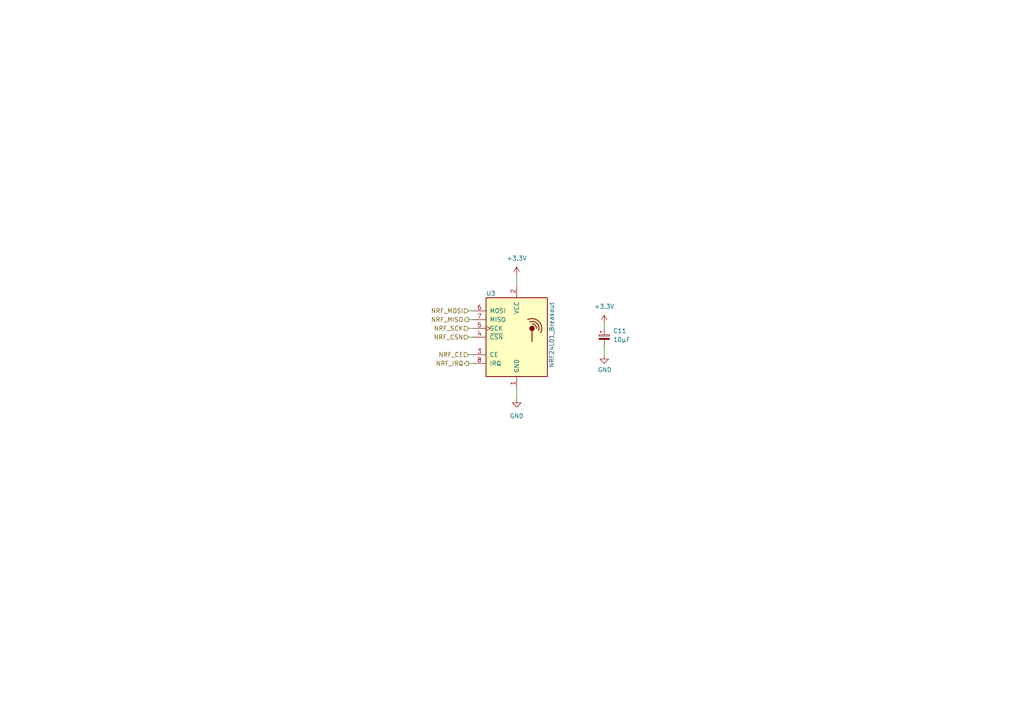
<source format=kicad_sch>
(kicad_sch (version 20211123) (generator eeschema)
  (paper "A4")
  (title_block (title "Communication") (date "2022-12-29") (rev "${REVISION}") (company "Authors: A. Kotkov, I. Kajdan") (comment 1 "Reviewer: A. Bondyra"))
  (lib_symbols
    (symbol "Device:C_Polarized_Small" (pin_numbers hide) (pin_names (offset 0.254) hide)
      (property "Reference" "C" (at 0.254 1.778 0))
      (property "Value" "C_Polarized_Small" (at 0.254 -2.032 0))
      (symbol "C_Polarized_Small_0_1"
        (rectangle (start -1.524 -0.3048) (end 1.524 -0.6858) (fill (type outline)))
        (rectangle (start -1.524 0.6858) (end 1.524 0.3048))
        (polyline (pts (xy -1.27 1.524) (xy -0.762 1.524)))
        (polyline (pts (xy -1.016 1.27) (xy -1.016 1.778)))
      )
      (symbol "C_Polarized_Small_1_1"
        (pin passive line (at 0 2.54 270) (length 1.8542) (name "~") (number "1"))
        (pin passive line (at 0 -2.54 90) (length 1.8542) (name "~") (number "2"))
      )
    )
    (symbol "RF:NRF24L01_Breakout" (pin_names (offset 1.016))
      (property "Reference" "U" (at -8.89 12.7 0))
      (property "Value" "NRF24L01_Breakout" (at 3.81 12.7 0))
      (symbol "NRF24L01_Breakout_0_1"
        (rectangle (start -8.89 11.43) (end 8.89 -11.43) (stroke (width 0.254)) (fill (type background)))
        (polyline (pts (xy 4.445 1.905) (xy 4.445 -1.27)) (stroke (width 0.254)))
        (circle (center 4.445 2.54) (radius 0.635) (stroke (width 0.254)) (fill (type outline)))
        (arc (start 5.715 2.54) (mid 5.3521 3.4546) (end 4.445 3.81) (stroke (width 0.254)))
        (arc (start 6.35 1.905) (mid 5.8763 3.9854) (end 3.81 4.445) (stroke (width 0.254)))
        (arc (start 6.985 1.27) (mid 6.453 4.548) (end 3.175 5.08) (stroke (width 0.254)))
      )
      (symbol "NRF24L01_Breakout_1_1"
        (pin power_in line (at 0 -15.24 90) (length 3.81) (name "GND") (number "1"))
        (pin power_in line (at 0 15.24 270) (length 3.81) (name "VCC") (number "2"))
        (pin input line (at -12.7 -5.08 0) (length 3.81) (name "CE") (number "3"))
        (pin input line (at -12.7 0 0) (length 3.81) (name "~{CSN}") (number "4"))
        (pin input clock (at -12.7 2.54 0) (length 3.81) (name "SCK") (number "5"))
        (pin input line (at -12.7 7.62 0) (length 3.81) (name "MOSI") (number "6"))
        (pin output line (at -12.7 5.08 0) (length 3.81) (name "MISO") (number "7"))
        (pin output line (at -12.7 -7.62 0) (length 3.81) (name "IRQ") (number "8"))
      )
    )
    (symbol "power:+3.3V" (power) (pin_names (offset 0))
      (property "Value" "+3.3V" (at 0 3.556 0))
      (symbol "+3.3V_0_1"
        (polyline (pts (xy -0.762 1.27) (xy 0 2.54)))
        (polyline (pts (xy 0 0) (xy 0 2.54)))
        (polyline (pts (xy 0 2.54) (xy 0.762 1.27)))
      )
      (symbol "+3.3V_1_1"
        (pin power_in line (at 0 0 90) (length 0) hide (name "+3.3V") (number "1"))
      )
    )
    (symbol "power:GND" (power) (pin_names (offset 0))
      (property "Value" "GND" (at 0 -3.81 0))
      (symbol "GND_0_1"
        (polyline (pts (xy 0 0) (xy 0 -1.27) (xy 1.27 -1.27) (xy 0 -2.54) (xy -1.27 -1.27) (xy 0 -1.27)))
      )
      (symbol "GND_1_1"
        (pin power_in line (at 0 0 270) (length 0) hide (name "GND") (number "1"))
      )
    )
  )
  (wire (pts (xy 175.26 93.98) (xy 175.26 95.25)))
  (wire (pts (xy 137.16 95.25) (xy 135.89 95.25)))
  (wire (pts (xy 149.86 80.01) (xy 149.86 82.55)))
  (wire (pts (xy 149.86 113.03) (xy 149.86 115.57)))
  (wire (pts (xy 137.16 105.41) (xy 135.89 105.41)))
  (wire (pts (xy 137.16 92.71) (xy 135.89 92.71)))
  (wire (pts (xy 137.16 90.17) (xy 135.89 90.17)))
  (wire (pts (xy 175.26 100.33) (xy 175.26 102.87)))
  (wire (pts (xy 137.16 97.79) (xy 135.89 97.79)))
  (wire (pts (xy 137.16 102.87) (xy 135.89 102.87)))
  (hierarchical_label "NRF_CE" (shape input) (at 135.89 102.87 180))
  (hierarchical_label "NRF_MOSI" (shape input) (at 135.89 90.17 180))
  (hierarchical_label "NRF_MISO" (shape output) (at 135.89 92.71 180))
  (hierarchical_label "NRF_SCK" (shape input) (at 135.89 95.25 180))
  (hierarchical_label "NRF_IRQ" (shape output) (at 135.89 105.41 180))
  (hierarchical_label "NRF_CSN" (shape input) (at 135.89 97.79 180))
  (symbol (lib_id "RF:NRF24L01_Breakout") (at 149.86 97.79 0) (unit 1)
    (property "Reference" "U3" (at 140.97 85.0899 0) (effects (justify left)))
    (property "Value" "NRF24L01_Breakout" (at 160.02 106.6799 90) (effects (justify left)))
    (property "Footprint" "RF_Module:nRF24L01_Breakout" (effects hide))
    (property "Datasheet" "http://www.nordicsemi.com/eng/content/download/2730/34105/file/nRF24L01_Product_Specification_v2_0.pdf" (effects hide))
  )
  (symbol (lib_id "power:+3.3V") (at 149.86 80.01 0) (unit 1)
    (property "Reference" "#PWR022" (effects hide))
    (property "Value" "+3.3V" (at 149.86 74.93 0))
  )
  (symbol (lib_id "power:+3.3V") (at 175.26 93.98 0) (unit 1)
    (property "Reference" "#PWR023" (effects hide))
    (property "Value" "+3.3V" (at 175.26 88.9 0))
  )
  (symbol (lib_id "power:GND") (at 149.86 115.57 0) (unit 1)
    (property "Reference" "#PWR025" (effects hide))
    (property "Value" "GND" (at 149.86 120.65 0))
  )
  (symbol (lib_id "Device:C_Polarized_Small") (at 175.26 97.79 0) (unit 1)
    (property "Reference" "C11" (at 177.8 95.9738 0) (effects (justify left)))
    (property "Value" "10μF" (at 177.8 98.5138 0) (effects (justify left)))
    (property "Footprint" "Capacitor_Tantalum_SMD:CP_EIA-3216-10_Kemet-I" (effects hide))
  )
  (symbol (lib_id "power:GND") (at 175.26 102.87 0) (unit 1)
    (property "Reference" "#PWR024" (effects hide))
    (property "Value" "GND" (at 175.387 107.2642 0))
  )
)
</source>
